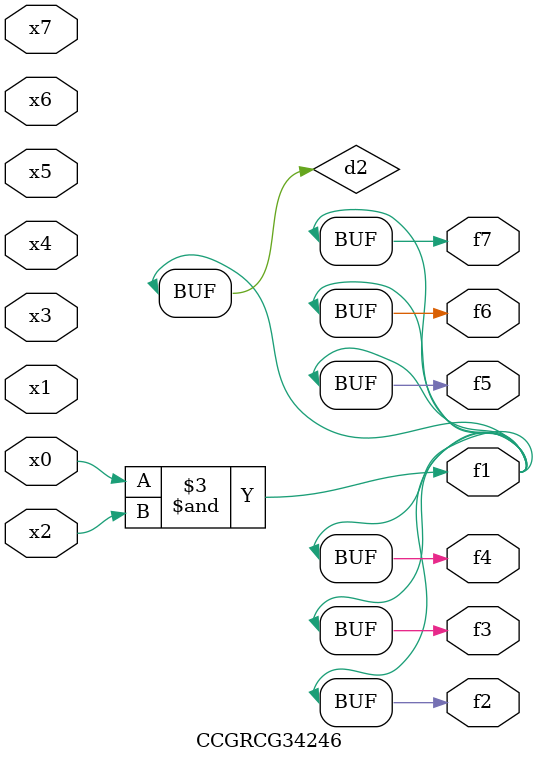
<source format=v>
module CCGRCG34246(
	input x0, x1, x2, x3, x4, x5, x6, x7,
	output f1, f2, f3, f4, f5, f6, f7
);

	wire d1, d2;

	nor (d1, x3, x6);
	and (d2, x0, x2);
	assign f1 = d2;
	assign f2 = d2;
	assign f3 = d2;
	assign f4 = d2;
	assign f5 = d2;
	assign f6 = d2;
	assign f7 = d2;
endmodule

</source>
